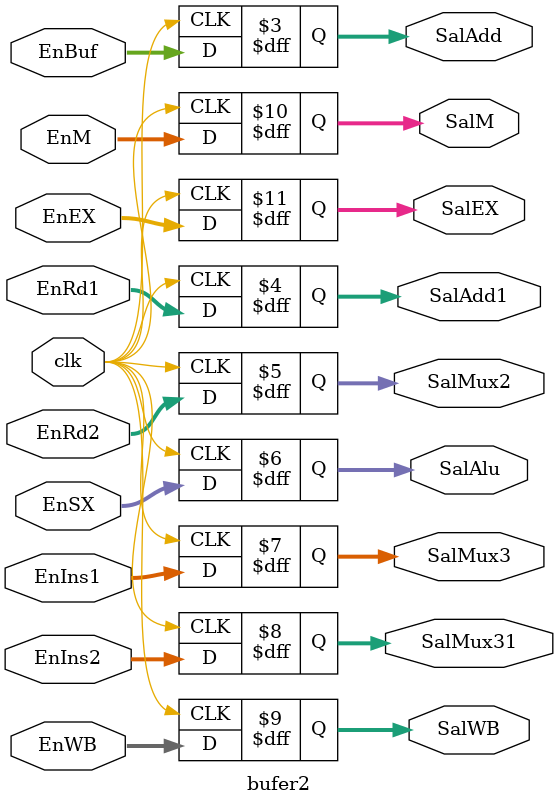
<source format=v>
`timescale 1ps/1ps 

module bufer2(
    input [31:0]EnBuf,
    input [31:0]EnRd1,
    input [31:0]EnRd2,
    input [31:0]EnSX,
    input [4:0]EnIns1,
    input [4:0]EnIns2,
    input [1:0]EnWB,    
    input [2:0]EnM,
    input [4:0]EnEX,
    input clk,
    output reg[31:0]SalAdd,
    output reg[31:0]SalAdd1,
    output reg[31:0]SalMux2,
    output reg[31:0]SalAlu,
    output reg[4:0]SalMux3,
    output reg[4:0]SalMux31,
    output reg[1:0]SalWB,
    output reg[2:0]SalM,
    output reg [4:0]SalEX
);

//Asignacion de wire o reg
//NA
initial begin
    SalAdd <= 32'd0;
end
//Asignaciones, e/o instancias, y/o bloques secuenciales
always @ (posedge clk) begin
    SalAdd <= EnBuf;
    SalAdd1 <= EnRd1;
    SalMux2 <= EnRd2;
    SalAlu <= EnSX;
    SalMux3 <= EnIns1;
    SalMux31 <= EnIns2;
    SalWB <= EnWB;
    SalM <= EnM;
    SalEX <= EnEX;
end

endmodule    

</source>
